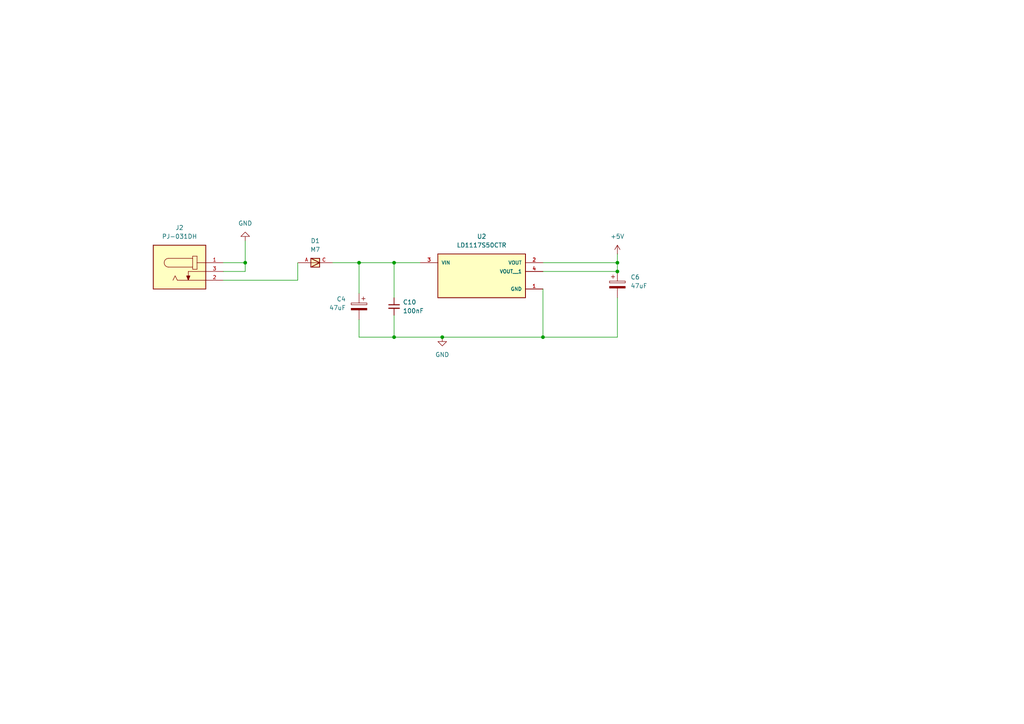
<source format=kicad_sch>
(kicad_sch (version 20231120) (generator "eeschema") (generator_version "8.0")
  (paper "A4")
  (title_block (title "POWER SUPPLY") (date "2024-07-12") (rev "0") (company "GEVITON ENTERPRISES LIMITED"))
  (lib_symbols
    (symbol "Device:C_Polarized" (pin_numbers hide) (pin_names (offset 0.254))
      (property "Reference" "C" (at 0.635 2.54 0))
      (property "Value" "C_Polarized" (at 0.635 -2.54 0))
      (symbol "C_Polarized_0_1"
        (rectangle (start -2.286 0.508) (end 2.286 1.016))
        (polyline (pts (xy -1.778 2.286) (xy -0.762 2.286)))
        (polyline (pts (xy -1.27 2.794) (xy -1.27 1.778)))
        (rectangle (start 2.286 -0.508) (end -2.286 -1.016) (fill (type outline)))
      )
      (symbol "C_Polarized_1_1"
        (pin passive line (at 0 3.81 270) (length 2.794) (name "~") (number "1"))
        (pin passive line (at 0 -3.81 90) (length 2.794) (name "~") (number "2"))
      )
    )
    (symbol "Device:C_Small" (pin_numbers hide) (pin_names (offset 0.254) hide)
      (property "Reference" "C" (at 0.254 1.778 0))
      (property "Value" "C_Small" (at 0.254 -2.032 0))
      (symbol "C_Small_0_1"
        (polyline (pts (xy -1.524 -0.508) (xy 1.524 -0.508)) (stroke (width 0.3302)))
        (polyline (pts (xy -1.524 0.508) (xy 1.524 0.508)) (stroke (width 0.3048)))
      )
      (symbol "C_Small_1_1"
        (pin passive line (at 0 2.54 270) (length 2.032) (name "~") (number "1"))
        (pin passive line (at 0 -2.54 90) (length 2.032) (name "~") (number "2"))
      )
    )
    (symbol "LD1117S50CTR:LD1117S50CTR" (pin_names (offset 1.016))
      (property "Reference" "U" (at -12.7 5.588 0))
      (property "Value" "LD1117S50CTR" (at -12.7 -10.16 0))
      (symbol "LD1117S50CTR_0_0"
        (rectangle (start -12.7 -7.62) (end 12.7 5.08) (stroke (width 0.254)) (fill (type background)))
        (pin power_in line (at 17.78 -5.08 180) (length 5.08) (name "GND") (number "1"))
        (pin output line (at 17.78 2.54 180) (length 5.08) (name "VOUT") (number "2"))
        (pin input line (at -17.78 2.54 0) (length 5.08) (name "VIN") (number "3"))
        (pin output line (at 17.78 0 180) (length 5.08) (name "VOUT__1") (number "4"))
      )
    )
    (symbol "M7:M7" (pin_names (offset 1.016))
      (property "Reference" "D" (at -4.5752 2.5418 0))
      (property "Value" "M7" (at -4.5757 -4.0672 0))
      (symbol "M7_0_0"
        (rectangle (start -1.27 -1.27) (end 1.27 1.27) (stroke (width 0.254)) (fill (type background)))
        (polyline (pts (xy -1.27 -1.27) (xy 1.27 0)) (stroke (width 0.254)))
        (polyline (pts (xy 1.27 0) (xy -1.27 1.27)) (stroke (width 0.254)))
        (pin passive line (at -5.08 0 0) (length 5.08) (name "~") (number "A"))
        (pin passive line (at 5.08 0 180) (length 5.08) (name "~") (number "C"))
      )
    )
    (symbol "PJ-031DH:PJ-031DH" (pin_names (offset 1.016))
      (property "Reference" "J" (at -7.6204 5.8422 0))
      (property "Value" "PJ-031DH" (at -7.6347 -10.1698 0))
      (symbol "PJ-031DH_0_0"
        (rectangle (start -7.62 -7.62) (end 7.62 5.08) (stroke (width 0.254)) (fill (type background)))
        (arc (start -3.175 1.27) (mid -4.4394 0) (end -3.175 -1.27) (stroke (width 0.1524)))
        (polyline (pts (xy -3.175 1.27) (xy 3.81 1.27)) (stroke (width 0.1524)))
        (polyline (pts (xy -1.27 -3.81) (xy -1.905 -5.08)) (stroke (width 0.1524)))
        (polyline (pts (xy -0.635 -5.08) (xy -1.27 -3.81)) (stroke (width 0.1524)))
        (polyline (pts (xy 2.54 -5.08) (xy -0.635 -5.08)) (stroke (width 0.1524)))
        (polyline (pts (xy 2.54 -2.54) (xy 2.54 -5.08)) (stroke (width 0.1524)))
        (polyline (pts (xy 3.81 -1.905) (xy 5.08 -1.905)) (stroke (width 0.1524)))
        (polyline (pts (xy 3.81 -1.27) (xy -3.175 -1.27)) (stroke (width 0.1524)))
        (polyline (pts (xy 3.81 -1.27) (xy 3.81 -1.905)) (stroke (width 0.1524)))
        (polyline (pts (xy 3.81 1.27) (xy 3.81 -1.27)) (stroke (width 0.1524)))
        (polyline (pts (xy 3.81 1.905) (xy 3.81 1.27)) (stroke (width 0.1524)))
        (polyline (pts (xy 5.08 -1.905) (xy 5.08 0)) (stroke (width 0.1524)))
        (polyline (pts (xy 5.08 0) (xy 5.08 1.905)) (stroke (width 0.1524)))
        (polyline (pts (xy 5.08 1.905) (xy 3.81 1.905)) (stroke (width 0.1524)))
        (polyline (pts (xy 7.62 -5.08) (xy 2.54 -5.08)) (stroke (width 0.1524)))
        (polyline (pts (xy 7.62 -2.54) (xy 2.54 -2.54)) (stroke (width 0.1524)))
        (polyline (pts (xy 7.62 0) (xy 5.08 0)) (stroke (width 0.1524)))
        (polyline (pts (xy 2.54 -5.08) (xy 2.032 -3.81) (xy 3.048 -3.81) (xy 2.54 -5.08)) (stroke (width 0.1524)) (fill (type outline)))
        (pin passive line (at 12.7 0 180) (length 5.08) (name "~") (number "1"))
        (pin passive line (at 12.7 -5.08 180) (length 5.08) (name "~") (number "2"))
        (pin passive line (at 12.7 -2.54 180) (length 5.08) (name "~") (number "3"))
      )
    )
    (symbol "power:+5V" (power) (pin_numbers hide) (pin_names (offset 0) hide)
      (property "Value" "+5V" (at 0 3.556 0))
      (symbol "+5V_0_1"
        (polyline (pts (xy -0.762 1.27) (xy 0 2.54)))
        (polyline (pts (xy 0 0) (xy 0 2.54)))
        (polyline (pts (xy 0 2.54) (xy 0.762 1.27)))
      )
      (symbol "+5V_1_1"
        (pin power_in line (at 0 0 90) (length 0) (name "~") (number "1"))
      )
    )
    (symbol "power:GND" (power) (pin_numbers hide) (pin_names (offset 0) hide)
      (property "Value" "GND" (at 0 -3.81 0))
      (symbol "GND_0_1"
        (polyline (pts (xy 0 0) (xy 0 -1.27) (xy 1.27 -1.27) (xy 0 -2.54) (xy -1.27 -1.27) (xy 0 -1.27)))
      )
      (symbol "GND_1_1"
        (pin power_in line (at 0 0 270) (length 0) (name "~") (number "1"))
      )
    )
  )
  (junction (at 104.14 76.2))
  (junction (at 114.3 97.79))
  (junction (at 71.12 76.2))
  (junction (at 179.07 76.2))
  (junction (at 128.27 97.79))
  (junction (at 157.48 97.79))
  (junction (at 179.07 78.74))
  (junction (at 114.3 76.2))
  (wire (pts (xy 157.48 76.2) (xy 179.07 76.2)))
  (wire (pts (xy 64.77 78.74) (xy 71.12 78.74)))
  (wire (pts (xy 114.3 76.2) (xy 121.92 76.2)))
  (wire (pts (xy 64.77 76.2) (xy 71.12 76.2)))
  (wire (pts (xy 114.3 97.79) (xy 128.27 97.79)))
  (wire (pts (xy 64.77 81.28) (xy 86.36 81.28)))
  (wire (pts (xy 96.52 76.2) (xy 104.14 76.2)))
  (wire (pts (xy 71.12 76.2) (xy 71.12 78.74)))
  (wire (pts (xy 157.48 78.74) (xy 179.07 78.74)))
  (wire (pts (xy 114.3 76.2) (xy 114.3 86.36)))
  (wire (pts (xy 179.07 78.74) (xy 179.07 76.2)))
  (wire (pts (xy 104.14 76.2) (xy 114.3 76.2)))
  (wire (pts (xy 104.14 92.71) (xy 104.14 97.79)))
  (wire (pts (xy 86.36 81.28) (xy 86.36 76.2)))
  (wire (pts (xy 179.07 86.36) (xy 179.07 97.79)))
  (wire (pts (xy 104.14 97.79) (xy 114.3 97.79)))
  (wire (pts (xy 71.12 69.85) (xy 71.12 76.2)))
  (wire (pts (xy 179.07 97.79) (xy 157.48 97.79)))
  (wire (pts (xy 157.48 83.82) (xy 157.48 97.79)))
  (wire (pts (xy 157.48 97.79) (xy 128.27 97.79)))
  (wire (pts (xy 179.07 76.2) (xy 179.07 73.66)))
  (wire (pts (xy 104.14 76.2) (xy 104.14 85.09)))
  (wire (pts (xy 114.3 91.44) (xy 114.3 97.79)))
  (symbol (lib_id "LD1117S50CTR:LD1117S50CTR") (at 139.7 78.74 0) (unit 1)
    (property "Reference" "U2" (at 139.7 68.58 0))
    (property "Value" "LD1117S50CTR" (at 139.7 71.12 0))
    (property "Footprint" "LD1117S50CTR:SOT230P700X180-4N" (effects (hide yes)))
    (property "PARTREV" "37" (effects (hide yes)))
    (property "STANDARD" "IPC 7351B" (effects (hide yes)))
    (property "MAXIMUM_PACKAGE_HEIGHT" "1.8 mm" (effects (hide yes)))
    (property "MANUFACTURER" "STMicroelectronics" (effects (hide yes)))
  )
  (symbol (lib_id "power:GND") (at 71.12 69.85 0) (mirror x) (unit 1)
    (property "Reference" "#PWR017" (effects (hide yes)))
    (property "Value" "GND" (at 71.12 64.77 0))
    (property "Description" "Power symbol creates a global label with name \"GND\" , ground" (effects (hide yes)))
  )
  (symbol (lib_id "power:GND") (at 128.27 97.79 0) (unit 1)
    (property "Reference" "#PWR016" (effects (hide yes)))
    (property "Value" "GND" (at 128.27 102.87 0))
    (property "Description" "Power symbol creates a global label with name \"GND\" , ground" (effects (hide yes)))
  )
  (symbol (lib_id "PJ-031DH:PJ-031DH") (at 52.07 76.2 0) (unit 1)
    (property "Reference" "J2" (at 52.07 66.04 0))
    (property "Value" "PJ-031DH" (at 52.07 68.58 0))
    (property "Footprint" "PJ-031DH:CUI_PJ-031DH" (effects (hide yes)))
    (property "PARTREV" "1.05" (effects (hide yes)))
    (property "MANUFACTURER" "CUI Devices" (effects (hide yes)))
    (property "MAXIMUM_PACKAGE_HEIGHT" "7.5 mm" (effects (hide yes)))
    (property "STANDARD" "Manufacturer Recommendations" (effects (hide yes)))
  )
  (symbol (lib_id "power:+5V") (at 179.07 73.66 0) (unit 1)
    (property "Reference" "#PWR011" (effects (hide yes)))
    (property "Value" "+5V" (at 179.07 68.58 0))
    (property "Description" "Power symbol creates a global label with name \"+5V\"" (effects (hide yes)))
  )
  (symbol (lib_id "M7:M7") (at 91.44 76.2 0) (unit 1)
    (property "Reference" "D1" (at 91.44 69.85 0))
    (property "Value" "M7" (at 91.44 72.39 0))
    (property "Footprint" "M7:DIOM505270X240" (effects (hide yes)))
    (property "SNAPEDA_PACKAGE_ID" "7518" (effects (hide yes)))
    (property "PACKAGE" "DO-214" (effects (hide yes)))
    (property "MPN" "M7" (effects (hide yes)))
    (property "PRICE" "--" (effects (hide yes)))
    (property "STANDARD" "IPC-7351B" (effects (hide yes)))
    (property "PARTREV" "NA" (effects (hide yes)))
    (property "AVAILABILITY" "Not in stock" (effects (hide yes)))
    (property "MANUFACTURER" "DIODES" (effects (hide yes)))
  )
  (symbol (lib_id "Device:C_Polarized") (at 179.07 82.55 0) (unit 1)
    (property "Reference" "C6" (at 182.88 80.3909 0) (effects (justify left)))
    (property "Value" "47uF" (at 182.88 82.9309 0) (effects (justify left)))
    (property "Description" "Polarized capacitor" (effects (hide yes)))
  )
  (symbol (lib_id "Device:C_Small") (at 114.3 88.9 0) (unit 1)
    (property "Reference" "C10" (at 116.84 87.6362 0) (effects (justify left)))
    (property "Value" "100nF" (at 116.84 90.1762 0) (effects (justify left)))
    (property "Description" "Unpolarized capacitor, small symbol" (effects (hide yes)))
  )
  (symbol (lib_id "Device:C_Polarized") (at 104.14 88.9 0) (mirror y) (unit 1)
    (property "Reference" "C4" (at 100.33 86.7409 0) (effects (justify left)))
    (property "Value" "47uF" (at 100.33 89.2809 0) (effects (justify left)))
    (property "Description" "Polarized capacitor" (effects (hide yes)))
  )
)
</source>
